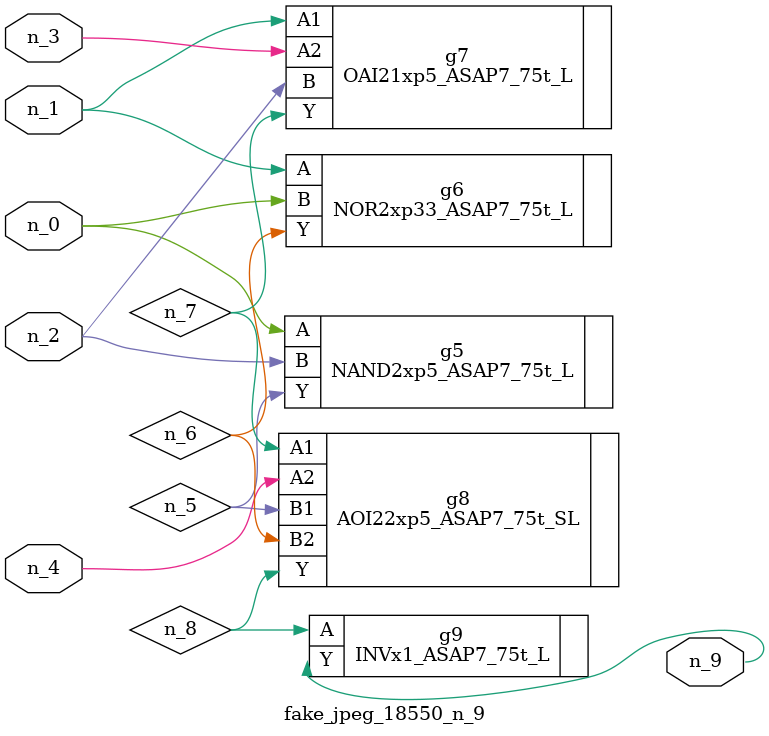
<source format=v>
module fake_jpeg_18550_n_9 (n_3, n_2, n_1, n_0, n_4, n_9);

input n_3;
input n_2;
input n_1;
input n_0;
input n_4;

output n_9;

wire n_8;
wire n_6;
wire n_5;
wire n_7;

NAND2xp5_ASAP7_75t_L g5 ( 
.A(n_0),
.B(n_2),
.Y(n_5)
);

NOR2xp33_ASAP7_75t_L g6 ( 
.A(n_1),
.B(n_0),
.Y(n_6)
);

OAI21xp5_ASAP7_75t_L g7 ( 
.A1(n_1),
.A2(n_3),
.B(n_2),
.Y(n_7)
);

AOI22xp5_ASAP7_75t_SL g8 ( 
.A1(n_7),
.A2(n_4),
.B1(n_5),
.B2(n_6),
.Y(n_8)
);

INVx1_ASAP7_75t_L g9 ( 
.A(n_8),
.Y(n_9)
);


endmodule
</source>
